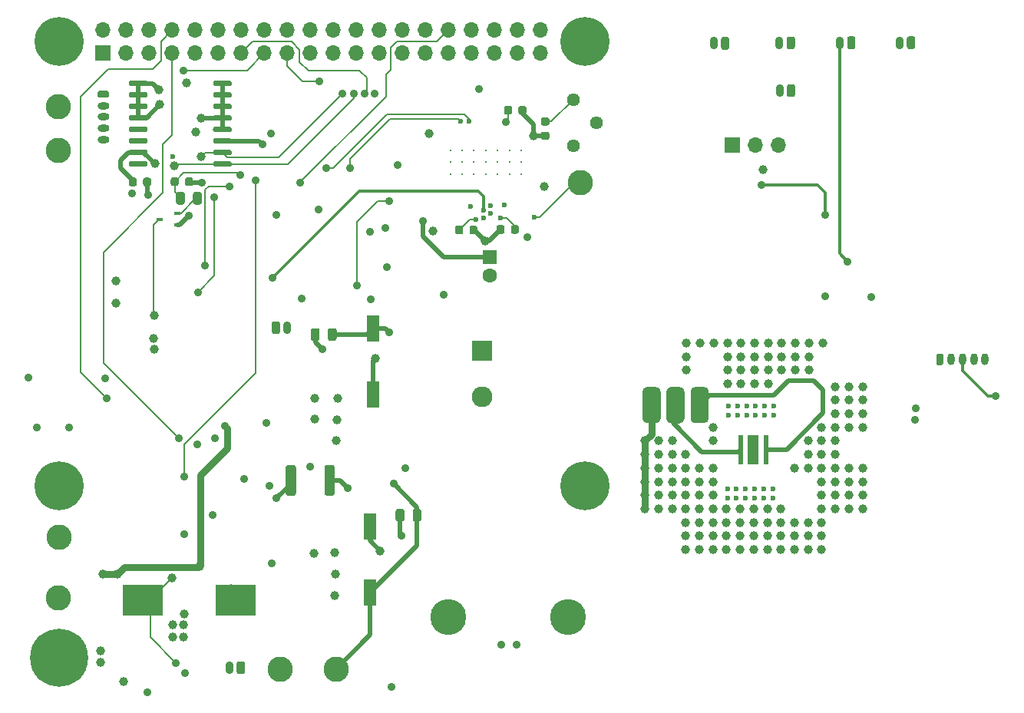
<source format=gbl>
G04 #@! TF.GenerationSoftware,KiCad,Pcbnew,(5.1.10-1-10_14)*
G04 #@! TF.CreationDate,2022-08-11T15:54:35-07:00*
G04 #@! TF.ProjectId,ulc-mm,756c632d-6d6d-42e6-9b69-6361645f7063,rev?*
G04 #@! TF.SameCoordinates,Original*
G04 #@! TF.FileFunction,Copper,L4,Bot*
G04 #@! TF.FilePolarity,Positive*
%FSLAX46Y46*%
G04 Gerber Fmt 4.6, Leading zero omitted, Abs format (unit mm)*
G04 Created by KiCad (PCBNEW (5.1.10-1-10_14)) date 2022-08-11 15:54:35*
%MOMM*%
%LPD*%
G01*
G04 APERTURE LIST*
G04 #@! TA.AperFunction,ComponentPad*
%ADD10C,3.960000*%
G04 #@! TD*
G04 #@! TA.AperFunction,ComponentPad*
%ADD11C,0.300000*%
G04 #@! TD*
G04 #@! TA.AperFunction,ComponentPad*
%ADD12R,1.700000X1.700000*%
G04 #@! TD*
G04 #@! TA.AperFunction,ComponentPad*
%ADD13O,1.700000X1.700000*%
G04 #@! TD*
G04 #@! TA.AperFunction,ComponentPad*
%ADD14O,0.900000X1.400000*%
G04 #@! TD*
G04 #@! TA.AperFunction,ComponentPad*
%ADD15C,2.800000*%
G04 #@! TD*
G04 #@! TA.AperFunction,ComponentPad*
%ADD16R,1.600000X1.600000*%
G04 #@! TD*
G04 #@! TA.AperFunction,ComponentPad*
%ADD17C,1.600000*%
G04 #@! TD*
G04 #@! TA.AperFunction,SMDPad,CuDef*
%ADD18R,1.470000X3.000000*%
G04 #@! TD*
G04 #@! TA.AperFunction,SMDPad,CuDef*
%ADD19R,4.400000X3.400000*%
G04 #@! TD*
G04 #@! TA.AperFunction,ComponentPad*
%ADD20C,1.440000*%
G04 #@! TD*
G04 #@! TA.AperFunction,ComponentPad*
%ADD21R,2.280000X2.280000*%
G04 #@! TD*
G04 #@! TA.AperFunction,ComponentPad*
%ADD22C,2.280000*%
G04 #@! TD*
G04 #@! TA.AperFunction,SMDPad,CuDef*
%ADD23R,0.700000X0.450000*%
G04 #@! TD*
G04 #@! TA.AperFunction,SMDPad,CuDef*
%ADD24R,1.300000X3.300000*%
G04 #@! TD*
G04 #@! TA.AperFunction,SMDPad,CuDef*
%ADD25R,0.500000X3.300000*%
G04 #@! TD*
G04 #@! TA.AperFunction,ComponentPad*
%ADD26C,5.400000*%
G04 #@! TD*
G04 #@! TA.AperFunction,ComponentPad*
%ADD27C,6.400000*%
G04 #@! TD*
G04 #@! TA.AperFunction,ComponentPad*
%ADD28O,1.300000X0.800000*%
G04 #@! TD*
G04 #@! TA.AperFunction,ComponentPad*
%ADD29O,0.800000X1.300000*%
G04 #@! TD*
G04 #@! TA.AperFunction,ViaPad*
%ADD30C,1.000000*%
G04 #@! TD*
G04 #@! TA.AperFunction,ViaPad*
%ADD31C,0.900000*%
G04 #@! TD*
G04 #@! TA.AperFunction,ViaPad*
%ADD32C,0.600000*%
G04 #@! TD*
G04 #@! TA.AperFunction,Conductor*
%ADD33C,0.500000*%
G04 #@! TD*
G04 #@! TA.AperFunction,Conductor*
%ADD34C,0.750000*%
G04 #@! TD*
G04 #@! TA.AperFunction,Conductor*
%ADD35C,0.200000*%
G04 #@! TD*
G04 #@! TA.AperFunction,Conductor*
%ADD36C,0.350000*%
G04 #@! TD*
G04 #@! TA.AperFunction,Conductor*
%ADD37C,0.300000*%
G04 #@! TD*
G04 APERTURE END LIST*
D10*
X246447900Y-160985500D03*
X259647900Y-160985500D03*
D11*
X254465900Y-110804100D03*
X254465900Y-112104100D03*
X253165900Y-112104100D03*
X251865900Y-112104100D03*
X250565900Y-112104100D03*
X249265900Y-112104100D03*
X247965900Y-112104100D03*
X246665900Y-112104100D03*
X246665900Y-110804100D03*
X254465900Y-109504100D03*
X253165900Y-109504100D03*
X251865900Y-109504100D03*
X250565900Y-109504100D03*
X249265900Y-109504100D03*
X247965900Y-109504100D03*
X246665900Y-109504100D03*
X247965900Y-110804100D03*
X249265900Y-110804100D03*
X253165900Y-110804100D03*
X251865900Y-110804100D03*
X250565900Y-110804100D03*
D12*
X208370000Y-98770000D03*
D13*
X208370000Y-96230000D03*
X210910000Y-98770000D03*
X210910000Y-96230000D03*
X213450000Y-98770000D03*
X213450000Y-96230000D03*
X215990000Y-98770000D03*
X215990000Y-96230000D03*
X218530000Y-98770000D03*
X218530000Y-96230000D03*
X221070000Y-98770000D03*
X221070000Y-96230000D03*
X223610000Y-98770000D03*
X223610000Y-96230000D03*
X226150000Y-98770000D03*
X226150000Y-96230000D03*
X228690000Y-98770000D03*
X228690000Y-96230000D03*
X231230000Y-98770000D03*
X231230000Y-96230000D03*
X233770000Y-98770000D03*
X233770000Y-96230000D03*
X236310000Y-98770000D03*
X236310000Y-96230000D03*
X238850000Y-98770000D03*
X238850000Y-96230000D03*
X241390000Y-98770000D03*
X241390000Y-96230000D03*
X243930000Y-98770000D03*
X243930000Y-96230000D03*
X246470000Y-98770000D03*
X246470000Y-96230000D03*
X249010000Y-98770000D03*
X249010000Y-96230000D03*
X251550000Y-98770000D03*
X251550000Y-96230000D03*
X254090000Y-98770000D03*
X254090000Y-96230000D03*
X256630000Y-98770000D03*
X256630000Y-96230000D03*
D14*
X222305960Y-166581120D03*
G04 #@! TA.AperFunction,ComponentPad*
G36*
G01*
X224005960Y-166106120D02*
X224005960Y-167056120D01*
G75*
G02*
X223780960Y-167281120I-225000J0D01*
G01*
X223330960Y-167281120D01*
G75*
G02*
X223105960Y-167056120I0J225000D01*
G01*
X223105960Y-166106120D01*
G75*
G02*
X223330960Y-165881120I225000J0D01*
G01*
X223780960Y-165881120D01*
G75*
G02*
X224005960Y-166106120I0J-225000D01*
G01*
G37*
G04 #@! TD.AperFunction*
D15*
X227914600Y-166789400D03*
X261036200Y-113043000D03*
X203450000Y-109500000D03*
X234112200Y-166764000D03*
X203450000Y-104650000D03*
X203454400Y-158915400D03*
X203479800Y-152159000D03*
G04 #@! TA.AperFunction,SMDPad,CuDef*
G36*
G01*
X211190600Y-111161000D02*
X211190600Y-110861000D01*
G75*
G02*
X211340600Y-110711000I150000J0D01*
G01*
X213090600Y-110711000D01*
G75*
G02*
X213240600Y-110861000I0J-150000D01*
G01*
X213240600Y-111161000D01*
G75*
G02*
X213090600Y-111311000I-150000J0D01*
G01*
X211340600Y-111311000D01*
G75*
G02*
X211190600Y-111161000I0J150000D01*
G01*
G37*
G04 #@! TD.AperFunction*
G04 #@! TA.AperFunction,SMDPad,CuDef*
G36*
G01*
X211190600Y-109891000D02*
X211190600Y-109591000D01*
G75*
G02*
X211340600Y-109441000I150000J0D01*
G01*
X213090600Y-109441000D01*
G75*
G02*
X213240600Y-109591000I0J-150000D01*
G01*
X213240600Y-109891000D01*
G75*
G02*
X213090600Y-110041000I-150000J0D01*
G01*
X211340600Y-110041000D01*
G75*
G02*
X211190600Y-109891000I0J150000D01*
G01*
G37*
G04 #@! TD.AperFunction*
G04 #@! TA.AperFunction,SMDPad,CuDef*
G36*
G01*
X211190600Y-108621000D02*
X211190600Y-108321000D01*
G75*
G02*
X211340600Y-108171000I150000J0D01*
G01*
X213090600Y-108171000D01*
G75*
G02*
X213240600Y-108321000I0J-150000D01*
G01*
X213240600Y-108621000D01*
G75*
G02*
X213090600Y-108771000I-150000J0D01*
G01*
X211340600Y-108771000D01*
G75*
G02*
X211190600Y-108621000I0J150000D01*
G01*
G37*
G04 #@! TD.AperFunction*
G04 #@! TA.AperFunction,SMDPad,CuDef*
G36*
G01*
X211190600Y-107351000D02*
X211190600Y-107051000D01*
G75*
G02*
X211340600Y-106901000I150000J0D01*
G01*
X213090600Y-106901000D01*
G75*
G02*
X213240600Y-107051000I0J-150000D01*
G01*
X213240600Y-107351000D01*
G75*
G02*
X213090600Y-107501000I-150000J0D01*
G01*
X211340600Y-107501000D01*
G75*
G02*
X211190600Y-107351000I0J150000D01*
G01*
G37*
G04 #@! TD.AperFunction*
G04 #@! TA.AperFunction,SMDPad,CuDef*
G36*
G01*
X211190600Y-106081000D02*
X211190600Y-105781000D01*
G75*
G02*
X211340600Y-105631000I150000J0D01*
G01*
X213090600Y-105631000D01*
G75*
G02*
X213240600Y-105781000I0J-150000D01*
G01*
X213240600Y-106081000D01*
G75*
G02*
X213090600Y-106231000I-150000J0D01*
G01*
X211340600Y-106231000D01*
G75*
G02*
X211190600Y-106081000I0J150000D01*
G01*
G37*
G04 #@! TD.AperFunction*
G04 #@! TA.AperFunction,SMDPad,CuDef*
G36*
G01*
X211190600Y-104811000D02*
X211190600Y-104511000D01*
G75*
G02*
X211340600Y-104361000I150000J0D01*
G01*
X213090600Y-104361000D01*
G75*
G02*
X213240600Y-104511000I0J-150000D01*
G01*
X213240600Y-104811000D01*
G75*
G02*
X213090600Y-104961000I-150000J0D01*
G01*
X211340600Y-104961000D01*
G75*
G02*
X211190600Y-104811000I0J150000D01*
G01*
G37*
G04 #@! TD.AperFunction*
G04 #@! TA.AperFunction,SMDPad,CuDef*
G36*
G01*
X211190600Y-103541000D02*
X211190600Y-103241000D01*
G75*
G02*
X211340600Y-103091000I150000J0D01*
G01*
X213090600Y-103091000D01*
G75*
G02*
X213240600Y-103241000I0J-150000D01*
G01*
X213240600Y-103541000D01*
G75*
G02*
X213090600Y-103691000I-150000J0D01*
G01*
X211340600Y-103691000D01*
G75*
G02*
X211190600Y-103541000I0J150000D01*
G01*
G37*
G04 #@! TD.AperFunction*
G04 #@! TA.AperFunction,SMDPad,CuDef*
G36*
G01*
X211190600Y-102271000D02*
X211190600Y-101971000D01*
G75*
G02*
X211340600Y-101821000I150000J0D01*
G01*
X213090600Y-101821000D01*
G75*
G02*
X213240600Y-101971000I0J-150000D01*
G01*
X213240600Y-102271000D01*
G75*
G02*
X213090600Y-102421000I-150000J0D01*
G01*
X211340600Y-102421000D01*
G75*
G02*
X211190600Y-102271000I0J150000D01*
G01*
G37*
G04 #@! TD.AperFunction*
G04 #@! TA.AperFunction,SMDPad,CuDef*
G36*
G01*
X220490600Y-102271000D02*
X220490600Y-101971000D01*
G75*
G02*
X220640600Y-101821000I150000J0D01*
G01*
X222390600Y-101821000D01*
G75*
G02*
X222540600Y-101971000I0J-150000D01*
G01*
X222540600Y-102271000D01*
G75*
G02*
X222390600Y-102421000I-150000J0D01*
G01*
X220640600Y-102421000D01*
G75*
G02*
X220490600Y-102271000I0J150000D01*
G01*
G37*
G04 #@! TD.AperFunction*
G04 #@! TA.AperFunction,SMDPad,CuDef*
G36*
G01*
X220490600Y-103541000D02*
X220490600Y-103241000D01*
G75*
G02*
X220640600Y-103091000I150000J0D01*
G01*
X222390600Y-103091000D01*
G75*
G02*
X222540600Y-103241000I0J-150000D01*
G01*
X222540600Y-103541000D01*
G75*
G02*
X222390600Y-103691000I-150000J0D01*
G01*
X220640600Y-103691000D01*
G75*
G02*
X220490600Y-103541000I0J150000D01*
G01*
G37*
G04 #@! TD.AperFunction*
G04 #@! TA.AperFunction,SMDPad,CuDef*
G36*
G01*
X220490600Y-104811000D02*
X220490600Y-104511000D01*
G75*
G02*
X220640600Y-104361000I150000J0D01*
G01*
X222390600Y-104361000D01*
G75*
G02*
X222540600Y-104511000I0J-150000D01*
G01*
X222540600Y-104811000D01*
G75*
G02*
X222390600Y-104961000I-150000J0D01*
G01*
X220640600Y-104961000D01*
G75*
G02*
X220490600Y-104811000I0J150000D01*
G01*
G37*
G04 #@! TD.AperFunction*
G04 #@! TA.AperFunction,SMDPad,CuDef*
G36*
G01*
X220490600Y-106081000D02*
X220490600Y-105781000D01*
G75*
G02*
X220640600Y-105631000I150000J0D01*
G01*
X222390600Y-105631000D01*
G75*
G02*
X222540600Y-105781000I0J-150000D01*
G01*
X222540600Y-106081000D01*
G75*
G02*
X222390600Y-106231000I-150000J0D01*
G01*
X220640600Y-106231000D01*
G75*
G02*
X220490600Y-106081000I0J150000D01*
G01*
G37*
G04 #@! TD.AperFunction*
G04 #@! TA.AperFunction,SMDPad,CuDef*
G36*
G01*
X220490600Y-107351000D02*
X220490600Y-107051000D01*
G75*
G02*
X220640600Y-106901000I150000J0D01*
G01*
X222390600Y-106901000D01*
G75*
G02*
X222540600Y-107051000I0J-150000D01*
G01*
X222540600Y-107351000D01*
G75*
G02*
X222390600Y-107501000I-150000J0D01*
G01*
X220640600Y-107501000D01*
G75*
G02*
X220490600Y-107351000I0J150000D01*
G01*
G37*
G04 #@! TD.AperFunction*
G04 #@! TA.AperFunction,SMDPad,CuDef*
G36*
G01*
X220490600Y-108621000D02*
X220490600Y-108321000D01*
G75*
G02*
X220640600Y-108171000I150000J0D01*
G01*
X222390600Y-108171000D01*
G75*
G02*
X222540600Y-108321000I0J-150000D01*
G01*
X222540600Y-108621000D01*
G75*
G02*
X222390600Y-108771000I-150000J0D01*
G01*
X220640600Y-108771000D01*
G75*
G02*
X220490600Y-108621000I0J150000D01*
G01*
G37*
G04 #@! TD.AperFunction*
G04 #@! TA.AperFunction,SMDPad,CuDef*
G36*
G01*
X220490600Y-109891000D02*
X220490600Y-109591000D01*
G75*
G02*
X220640600Y-109441000I150000J0D01*
G01*
X222390600Y-109441000D01*
G75*
G02*
X222540600Y-109591000I0J-150000D01*
G01*
X222540600Y-109891000D01*
G75*
G02*
X222390600Y-110041000I-150000J0D01*
G01*
X220640600Y-110041000D01*
G75*
G02*
X220490600Y-109891000I0J150000D01*
G01*
G37*
G04 #@! TD.AperFunction*
G04 #@! TA.AperFunction,SMDPad,CuDef*
G36*
G01*
X220490600Y-111161000D02*
X220490600Y-110861000D01*
G75*
G02*
X220640600Y-110711000I150000J0D01*
G01*
X222390600Y-110711000D01*
G75*
G02*
X222540600Y-110861000I0J-150000D01*
G01*
X222540600Y-111161000D01*
G75*
G02*
X222390600Y-111311000I-150000J0D01*
G01*
X220640600Y-111311000D01*
G75*
G02*
X220490600Y-111161000I0J150000D01*
G01*
G37*
G04 #@! TD.AperFunction*
G04 #@! TA.AperFunction,ComponentPad*
G36*
G01*
X226969300Y-129532700D02*
X226969300Y-128582700D01*
G75*
G02*
X227194300Y-128357700I225000J0D01*
G01*
X227644300Y-128357700D01*
G75*
G02*
X227869300Y-128582700I0J-225000D01*
G01*
X227869300Y-129532700D01*
G75*
G02*
X227644300Y-129757700I-225000J0D01*
G01*
X227194300Y-129757700D01*
G75*
G02*
X226969300Y-129532700I0J225000D01*
G01*
G37*
G04 #@! TD.AperFunction*
D14*
X228669300Y-129057700D03*
G04 #@! TA.AperFunction,SMDPad,CuDef*
G36*
G01*
X251759400Y-118480850D02*
X251759400Y-117968350D01*
G75*
G02*
X251978150Y-117749600I218750J0D01*
G01*
X252415650Y-117749600D01*
G75*
G02*
X252634400Y-117968350I0J-218750D01*
G01*
X252634400Y-118480850D01*
G75*
G02*
X252415650Y-118699600I-218750J0D01*
G01*
X251978150Y-118699600D01*
G75*
G02*
X251759400Y-118480850I0J218750D01*
G01*
G37*
G04 #@! TD.AperFunction*
G04 #@! TA.AperFunction,SMDPad,CuDef*
G36*
G01*
X253334400Y-118480850D02*
X253334400Y-117968350D01*
G75*
G02*
X253553150Y-117749600I218750J0D01*
G01*
X253990650Y-117749600D01*
G75*
G02*
X254209400Y-117968350I0J-218750D01*
G01*
X254209400Y-118480850D01*
G75*
G02*
X253990650Y-118699600I-218750J0D01*
G01*
X253553150Y-118699600D01*
G75*
G02*
X253334400Y-118480850I0J218750D01*
G01*
G37*
G04 #@! TD.AperFunction*
G04 #@! TA.AperFunction,SMDPad,CuDef*
G36*
G01*
X211195600Y-113248450D02*
X211195600Y-112735950D01*
G75*
G02*
X211414350Y-112517200I218750J0D01*
G01*
X211851850Y-112517200D01*
G75*
G02*
X212070600Y-112735950I0J-218750D01*
G01*
X212070600Y-113248450D01*
G75*
G02*
X211851850Y-113467200I-218750J0D01*
G01*
X211414350Y-113467200D01*
G75*
G02*
X211195600Y-113248450I0J218750D01*
G01*
G37*
G04 #@! TD.AperFunction*
G04 #@! TA.AperFunction,SMDPad,CuDef*
G36*
G01*
X212770600Y-113248450D02*
X212770600Y-112735950D01*
G75*
G02*
X212989350Y-112517200I218750J0D01*
G01*
X213426850Y-112517200D01*
G75*
G02*
X213645600Y-112735950I0J-218750D01*
G01*
X213645600Y-113248450D01*
G75*
G02*
X213426850Y-113467200I-218750J0D01*
G01*
X212989350Y-113467200D01*
G75*
G02*
X212770600Y-113248450I0J218750D01*
G01*
G37*
G04 #@! TD.AperFunction*
D16*
X251041900Y-121274100D03*
D17*
X251041900Y-123274100D03*
G04 #@! TA.AperFunction,SMDPad,CuDef*
G36*
G01*
X241599700Y-149302450D02*
X241599700Y-150214950D01*
G75*
G02*
X241355950Y-150458700I-243750J0D01*
G01*
X240868450Y-150458700D01*
G75*
G02*
X240624700Y-150214950I0J243750D01*
G01*
X240624700Y-149302450D01*
G75*
G02*
X240868450Y-149058700I243750J0D01*
G01*
X241355950Y-149058700D01*
G75*
G02*
X241599700Y-149302450I0J-243750D01*
G01*
G37*
G04 #@! TD.AperFunction*
G04 #@! TA.AperFunction,SMDPad,CuDef*
G36*
G01*
X243474700Y-149302450D02*
X243474700Y-150214950D01*
G75*
G02*
X243230950Y-150458700I-243750J0D01*
G01*
X242743450Y-150458700D01*
G75*
G02*
X242499700Y-150214950I0J243750D01*
G01*
X242499700Y-149302450D01*
G75*
G02*
X242743450Y-149058700I243750J0D01*
G01*
X243230950Y-149058700D01*
G75*
G02*
X243474700Y-149302450I0J-243750D01*
G01*
G37*
G04 #@! TD.AperFunction*
D18*
X238138100Y-136454200D03*
X238138100Y-129154200D03*
G04 #@! TA.AperFunction,SMDPad,CuDef*
G36*
G01*
X228503900Y-147360603D02*
X228503900Y-144460597D01*
G75*
G02*
X228753897Y-144210600I249997J0D01*
G01*
X229378903Y-144210600D01*
G75*
G02*
X229628900Y-144460597I0J-249997D01*
G01*
X229628900Y-147360603D01*
G75*
G02*
X229378903Y-147610600I-249997J0D01*
G01*
X228753897Y-147610600D01*
G75*
G02*
X228503900Y-147360603I0J249997D01*
G01*
G37*
G04 #@! TD.AperFunction*
G04 #@! TA.AperFunction,SMDPad,CuDef*
G36*
G01*
X232778900Y-147360603D02*
X232778900Y-144460597D01*
G75*
G02*
X233028897Y-144210600I249997J0D01*
G01*
X233653903Y-144210600D01*
G75*
G02*
X233903900Y-144460597I0J-249997D01*
G01*
X233903900Y-147360603D01*
G75*
G02*
X233653903Y-147610600I-249997J0D01*
G01*
X233028897Y-147610600D01*
G75*
G02*
X232778900Y-147360603I0J249997D01*
G01*
G37*
G04 #@! TD.AperFunction*
X237820600Y-158310900D03*
X237820600Y-151010900D03*
D19*
X212771440Y-159105900D03*
X222971440Y-159105900D03*
G04 #@! TA.AperFunction,SMDPad,CuDef*
G36*
G01*
X257368150Y-106762100D02*
X256855650Y-106762100D01*
G75*
G02*
X256636900Y-106543350I0J218750D01*
G01*
X256636900Y-106105850D01*
G75*
G02*
X256855650Y-105887100I218750J0D01*
G01*
X257368150Y-105887100D01*
G75*
G02*
X257586900Y-106105850I0J-218750D01*
G01*
X257586900Y-106543350D01*
G75*
G02*
X257368150Y-106762100I-218750J0D01*
G01*
G37*
G04 #@! TD.AperFunction*
G04 #@! TA.AperFunction,SMDPad,CuDef*
G36*
G01*
X257368150Y-108337100D02*
X256855650Y-108337100D01*
G75*
G02*
X256636900Y-108118350I0J218750D01*
G01*
X256636900Y-107680850D01*
G75*
G02*
X256855650Y-107462100I218750J0D01*
G01*
X257368150Y-107462100D01*
G75*
G02*
X257586900Y-107680850I0J-218750D01*
G01*
X257586900Y-108118350D01*
G75*
G02*
X257368150Y-108337100I-218750J0D01*
G01*
G37*
G04 #@! TD.AperFunction*
G04 #@! TA.AperFunction,SMDPad,CuDef*
G36*
G01*
X248062400Y-118031850D02*
X248062400Y-118544350D01*
G75*
G02*
X247843650Y-118763100I-218750J0D01*
G01*
X247406150Y-118763100D01*
G75*
G02*
X247187400Y-118544350I0J218750D01*
G01*
X247187400Y-118031850D01*
G75*
G02*
X247406150Y-117813100I218750J0D01*
G01*
X247843650Y-117813100D01*
G75*
G02*
X248062400Y-118031850I0J-218750D01*
G01*
G37*
G04 #@! TD.AperFunction*
G04 #@! TA.AperFunction,SMDPad,CuDef*
G36*
G01*
X249637400Y-118031850D02*
X249637400Y-118544350D01*
G75*
G02*
X249418650Y-118763100I-218750J0D01*
G01*
X248981150Y-118763100D01*
G75*
G02*
X248762400Y-118544350I0J218750D01*
G01*
X248762400Y-118031850D01*
G75*
G02*
X248981150Y-117813100I218750J0D01*
G01*
X249418650Y-117813100D01*
G75*
G02*
X249637400Y-118031850I0J-218750D01*
G01*
G37*
G04 #@! TD.AperFunction*
G04 #@! TA.AperFunction,SMDPad,CuDef*
G36*
G01*
X254159900Y-105336350D02*
X254159900Y-104823850D01*
G75*
G02*
X254378650Y-104605100I218750J0D01*
G01*
X254816150Y-104605100D01*
G75*
G02*
X255034900Y-104823850I0J-218750D01*
G01*
X255034900Y-105336350D01*
G75*
G02*
X254816150Y-105555100I-218750J0D01*
G01*
X254378650Y-105555100D01*
G75*
G02*
X254159900Y-105336350I0J218750D01*
G01*
G37*
G04 #@! TD.AperFunction*
G04 #@! TA.AperFunction,SMDPad,CuDef*
G36*
G01*
X252584900Y-105336350D02*
X252584900Y-104823850D01*
G75*
G02*
X252803650Y-104605100I218750J0D01*
G01*
X253241150Y-104605100D01*
G75*
G02*
X253459900Y-104823850I0J-218750D01*
G01*
X253459900Y-105336350D01*
G75*
G02*
X253241150Y-105555100I-218750J0D01*
G01*
X252803650Y-105555100D01*
G75*
G02*
X252584900Y-105336350I0J218750D01*
G01*
G37*
G04 #@! TD.AperFunction*
D20*
X260223400Y-103886300D03*
X262763400Y-106426300D03*
X260223400Y-108966300D03*
G04 #@! TA.AperFunction,SMDPad,CuDef*
G36*
G01*
X234114800Y-129363450D02*
X234114800Y-130275950D01*
G75*
G02*
X233871050Y-130519700I-243750J0D01*
G01*
X233383550Y-130519700D01*
G75*
G02*
X233139800Y-130275950I0J243750D01*
G01*
X233139800Y-129363450D01*
G75*
G02*
X233383550Y-129119700I243750J0D01*
G01*
X233871050Y-129119700D01*
G75*
G02*
X234114800Y-129363450I0J-243750D01*
G01*
G37*
G04 #@! TD.AperFunction*
G04 #@! TA.AperFunction,SMDPad,CuDef*
G36*
G01*
X232239800Y-129363450D02*
X232239800Y-130275950D01*
G75*
G02*
X231996050Y-130519700I-243750J0D01*
G01*
X231508550Y-130519700D01*
G75*
G02*
X231264800Y-130275950I0J243750D01*
G01*
X231264800Y-129363450D01*
G75*
G02*
X231508550Y-129119700I243750J0D01*
G01*
X231996050Y-129119700D01*
G75*
G02*
X232239800Y-129363450I0J-243750D01*
G01*
G37*
G04 #@! TD.AperFunction*
D21*
X250131980Y-131602780D03*
D22*
X250131980Y-136682780D03*
D23*
X216570200Y-116444300D03*
X216570200Y-117744300D03*
X214570200Y-117094300D03*
G04 #@! TA.AperFunction,SMDPad,CuDef*
G36*
G01*
X219245000Y-114333750D02*
X219245000Y-115246250D01*
G75*
G02*
X219001250Y-115490000I-243750J0D01*
G01*
X218513750Y-115490000D01*
G75*
G02*
X218270000Y-115246250I0J243750D01*
G01*
X218270000Y-114333750D01*
G75*
G02*
X218513750Y-114090000I243750J0D01*
G01*
X219001250Y-114090000D01*
G75*
G02*
X219245000Y-114333750I0J-243750D01*
G01*
G37*
G04 #@! TD.AperFunction*
G04 #@! TA.AperFunction,SMDPad,CuDef*
G36*
G01*
X217370000Y-114333750D02*
X217370000Y-115246250D01*
G75*
G02*
X217126250Y-115490000I-243750J0D01*
G01*
X216638750Y-115490000D01*
G75*
G02*
X216395000Y-115246250I0J243750D01*
G01*
X216395000Y-114333750D01*
G75*
G02*
X216638750Y-114090000I243750J0D01*
G01*
X217126250Y-114090000D01*
G75*
G02*
X217370000Y-114333750I0J-243750D01*
G01*
G37*
G04 #@! TD.AperFunction*
G04 #@! TA.AperFunction,SMDPad,CuDef*
G36*
G01*
X215818400Y-113223050D02*
X215818400Y-112710550D01*
G75*
G02*
X216037150Y-112491800I218750J0D01*
G01*
X216474650Y-112491800D01*
G75*
G02*
X216693400Y-112710550I0J-218750D01*
G01*
X216693400Y-113223050D01*
G75*
G02*
X216474650Y-113441800I-218750J0D01*
G01*
X216037150Y-113441800D01*
G75*
G02*
X215818400Y-113223050I0J218750D01*
G01*
G37*
G04 #@! TD.AperFunction*
G04 #@! TA.AperFunction,SMDPad,CuDef*
G36*
G01*
X217393400Y-113223050D02*
X217393400Y-112710550D01*
G75*
G02*
X217612150Y-112491800I218750J0D01*
G01*
X218049650Y-112491800D01*
G75*
G02*
X218268400Y-112710550I0J-218750D01*
G01*
X218268400Y-113223050D01*
G75*
G02*
X218049650Y-113441800I-218750J0D01*
G01*
X217612150Y-113441800D01*
G75*
G02*
X217393400Y-113223050I0J218750D01*
G01*
G37*
G04 #@! TD.AperFunction*
D14*
X296220000Y-97620000D03*
G04 #@! TA.AperFunction,ComponentPad*
G36*
G01*
X297920000Y-97145000D02*
X297920000Y-98095000D01*
G75*
G02*
X297695000Y-98320000I-225000J0D01*
G01*
X297245000Y-98320000D01*
G75*
G02*
X297020000Y-98095000I0J225000D01*
G01*
X297020000Y-97145000D01*
G75*
G02*
X297245000Y-96920000I225000J0D01*
G01*
X297695000Y-96920000D01*
G75*
G02*
X297920000Y-97145000I0J-225000D01*
G01*
G37*
G04 #@! TD.AperFunction*
G04 #@! TA.AperFunction,ComponentPad*
G36*
G01*
X284680000Y-102445000D02*
X284680000Y-103395000D01*
G75*
G02*
X284455000Y-103620000I-225000J0D01*
G01*
X284005000Y-103620000D01*
G75*
G02*
X283780000Y-103395000I0J225000D01*
G01*
X283780000Y-102445000D01*
G75*
G02*
X284005000Y-102220000I225000J0D01*
G01*
X284455000Y-102220000D01*
G75*
G02*
X284680000Y-102445000I0J-225000D01*
G01*
G37*
G04 #@! TD.AperFunction*
X282980000Y-102920000D03*
G04 #@! TA.AperFunction,ComponentPad*
G36*
G01*
X291330000Y-97155000D02*
X291330000Y-98105000D01*
G75*
G02*
X291105000Y-98330000I-225000J0D01*
G01*
X290655000Y-98330000D01*
G75*
G02*
X290430000Y-98105000I0J225000D01*
G01*
X290430000Y-97155000D01*
G75*
G02*
X290655000Y-96930000I225000J0D01*
G01*
X291105000Y-96930000D01*
G75*
G02*
X291330000Y-97155000I0J-225000D01*
G01*
G37*
G04 #@! TD.AperFunction*
X289630000Y-97630000D03*
X275720000Y-97700000D03*
G04 #@! TA.AperFunction,ComponentPad*
G36*
G01*
X277420000Y-97225000D02*
X277420000Y-98175000D01*
G75*
G02*
X277195000Y-98400000I-225000J0D01*
G01*
X276745000Y-98400000D01*
G75*
G02*
X276520000Y-98175000I0J225000D01*
G01*
X276520000Y-97225000D01*
G75*
G02*
X276745000Y-97000000I225000J0D01*
G01*
X277195000Y-97000000D01*
G75*
G02*
X277420000Y-97225000I0J-225000D01*
G01*
G37*
G04 #@! TD.AperFunction*
G04 #@! TA.AperFunction,ComponentPad*
G36*
G01*
X284660000Y-97165000D02*
X284660000Y-98115000D01*
G75*
G02*
X284435000Y-98340000I-225000J0D01*
G01*
X283985000Y-98340000D01*
G75*
G02*
X283760000Y-98115000I0J225000D01*
G01*
X283760000Y-97165000D01*
G75*
G02*
X283985000Y-96940000I225000J0D01*
G01*
X284435000Y-96940000D01*
G75*
G02*
X284660000Y-97165000I0J-225000D01*
G01*
G37*
G04 #@! TD.AperFunction*
X282960000Y-97640000D03*
D12*
X277730000Y-108910000D03*
D13*
X280270000Y-108910000D03*
X282810000Y-108910000D03*
G04 #@! TA.AperFunction,SMDPad,CuDef*
G36*
G01*
X268350000Y-135603189D02*
X269350000Y-135603189D01*
G75*
G02*
X269850000Y-136103189I0J-500000D01*
G01*
X269850000Y-139103189D01*
G75*
G02*
X269350000Y-139603189I-500000J0D01*
G01*
X268350000Y-139603189D01*
G75*
G02*
X267850000Y-139103189I0J500000D01*
G01*
X267850000Y-136103189D01*
G75*
G02*
X268350000Y-135603189I500000J0D01*
G01*
G37*
G04 #@! TD.AperFunction*
G04 #@! TA.AperFunction,SMDPad,CuDef*
G36*
G01*
X273650000Y-135603189D02*
X274650000Y-135603189D01*
G75*
G02*
X275150000Y-136103189I0J-500000D01*
G01*
X275150000Y-139103189D01*
G75*
G02*
X274650000Y-139603189I-500000J0D01*
G01*
X273650000Y-139603189D01*
G75*
G02*
X273150000Y-139103189I0J500000D01*
G01*
X273150000Y-136103189D01*
G75*
G02*
X273650000Y-135603189I500000J0D01*
G01*
G37*
G04 #@! TD.AperFunction*
G04 #@! TA.AperFunction,SMDPad,CuDef*
G36*
G01*
X270980000Y-135613189D02*
X271980000Y-135613189D01*
G75*
G02*
X272480000Y-136113189I0J-500000D01*
G01*
X272480000Y-139113189D01*
G75*
G02*
X271980000Y-139613189I-500000J0D01*
G01*
X270980000Y-139613189D01*
G75*
G02*
X270480000Y-139113189I0J500000D01*
G01*
X270480000Y-136113189D01*
G75*
G02*
X270980000Y-135613189I500000J0D01*
G01*
G37*
G04 #@! TD.AperFunction*
D24*
X280070251Y-142500000D03*
D25*
X281470251Y-142500000D03*
X278670251Y-142500000D03*
D11*
X280470251Y-141200000D03*
X279670251Y-141200000D03*
X279670251Y-141800000D03*
X280470251Y-141800000D03*
X279670251Y-142400000D03*
X280470251Y-142400000D03*
X280470251Y-143000000D03*
X280470251Y-143600000D03*
X279670251Y-143000000D03*
X279670251Y-143600000D03*
D26*
X203500000Y-97500000D03*
X261500000Y-97500000D03*
X203500000Y-146500000D03*
X261500000Y-146500000D03*
D27*
X203500000Y-165500000D03*
D28*
X208390000Y-108310000D03*
X208390000Y-107060000D03*
X208390000Y-105810000D03*
X208390000Y-104560000D03*
G04 #@! TA.AperFunction,ComponentPad*
G36*
G01*
X207940000Y-102910000D02*
X208840000Y-102910000D01*
G75*
G02*
X209040000Y-103110000I0J-200000D01*
G01*
X209040000Y-103510000D01*
G75*
G02*
X208840000Y-103710000I-200000J0D01*
G01*
X207940000Y-103710000D01*
G75*
G02*
X207740000Y-103510000I0J200000D01*
G01*
X207740000Y-103110000D01*
G75*
G02*
X207940000Y-102910000I200000J0D01*
G01*
G37*
G04 #@! TD.AperFunction*
G04 #@! TA.AperFunction,ComponentPad*
G36*
G01*
X300247000Y-133021002D02*
X300247000Y-132121002D01*
G75*
G02*
X300447000Y-131921002I200000J0D01*
G01*
X300847000Y-131921002D01*
G75*
G02*
X301047000Y-132121002I0J-200000D01*
G01*
X301047000Y-133021002D01*
G75*
G02*
X300847000Y-133221002I-200000J0D01*
G01*
X300447000Y-133221002D01*
G75*
G02*
X300247000Y-133021002I0J200000D01*
G01*
G37*
G04 #@! TD.AperFunction*
D29*
X301897000Y-132571002D03*
X303147000Y-132571002D03*
X304397000Y-132571002D03*
X305647000Y-132571002D03*
D30*
X217526000Y-102032100D03*
X214100000Y-110990000D03*
D31*
X240386000Y-146240800D03*
D30*
X209730000Y-123870000D03*
D31*
X240157400Y-168669000D03*
X238300000Y-103270000D03*
X211580000Y-114290000D03*
X252250000Y-164060000D03*
X253950000Y-164060000D03*
X213210000Y-169250000D03*
X223890000Y-145730000D03*
X226700000Y-146540000D03*
D30*
X213990000Y-131470000D03*
X234239200Y-136818700D03*
X231699200Y-136856800D03*
X234086800Y-141505000D03*
X233883600Y-158597900D03*
X233921700Y-153911600D03*
X233947100Y-156286500D03*
X231623000Y-153949700D03*
X217251460Y-161875340D03*
X217251460Y-163175340D03*
X217269460Y-160637520D03*
D31*
X217272000Y-151828800D03*
X218719800Y-141922800D03*
X220726400Y-141287800D03*
D32*
X216002000Y-110223600D03*
D31*
X213335000Y-114414600D03*
X219253200Y-113043000D03*
X230251400Y-125844600D03*
X237922200Y-125920800D03*
X220421600Y-149720600D03*
X231191200Y-144412000D03*
X201041400Y-140043200D03*
X200127000Y-134582200D03*
X208585200Y-134633000D03*
X226339800Y-139560600D03*
X241300400Y-152032000D03*
D30*
X209760000Y-126400000D03*
D31*
X217830000Y-116680000D03*
D30*
X219160000Y-105940000D03*
D31*
X232512000Y-131432600D03*
X255120000Y-119090000D03*
D30*
X244742100Y-118364300D03*
X208049260Y-164709140D03*
X208040000Y-165960000D03*
X231733690Y-139178618D03*
X218542000Y-107518500D03*
D31*
X204648200Y-140050820D03*
D30*
X256984900Y-113462100D03*
X244297600Y-107645500D03*
X250507900Y-119494600D03*
X216051460Y-163175340D03*
X216051460Y-161875340D03*
X214620000Y-104450000D03*
X214500000Y-102800000D03*
X234150300Y-139193600D03*
D31*
X225908000Y-108877400D03*
X245935900Y-125400100D03*
X243611900Y-117294100D03*
D30*
X208328660Y-156250940D03*
D31*
X221793200Y-139890800D03*
X235356800Y-146748800D03*
D30*
X209913620Y-156271260D03*
X218970000Y-155370000D03*
X255841900Y-107874100D03*
D31*
X239636700Y-122364800D03*
X239878000Y-129553000D03*
X216380460Y-166055340D03*
D30*
X215915640Y-156697980D03*
X213960000Y-130270000D03*
X238366700Y-132475300D03*
D31*
X227508200Y-147866400D03*
D30*
X238938200Y-153683000D03*
D31*
X222290000Y-113450000D03*
X219600000Y-122180000D03*
X218810000Y-125150000D03*
X220640000Y-114680000D03*
X230120000Y-113070000D03*
X232143700Y-116002100D03*
D32*
X251050890Y-116433900D03*
X251050890Y-115595700D03*
D31*
X237820600Y-118453200D03*
D32*
X252616100Y-115494100D03*
D31*
X227051000Y-123584000D03*
D32*
X250323566Y-116100707D03*
X250330100Y-116941900D03*
D31*
X239471600Y-118097600D03*
D32*
X248917290Y-115671900D03*
D30*
X216230000Y-111220000D03*
D31*
X235990000Y-103250000D03*
X234740000Y-103230000D03*
D30*
X219180000Y-110170000D03*
D31*
X216687800Y-141237000D03*
X252793900Y-106362800D03*
X249834800Y-102781400D03*
X239890700Y-115113100D03*
X236398200Y-124422200D03*
X217396460Y-167160240D03*
X240820340Y-111135460D03*
X241701720Y-144546620D03*
X225146000Y-112789000D03*
X217272000Y-145478800D03*
X226974800Y-155054600D03*
X208763000Y-136893600D03*
D32*
X255905400Y-116891100D03*
X249441100Y-117119700D03*
X252221900Y-116994100D03*
X247777400Y-106286600D03*
D31*
X235560000Y-111468200D03*
D32*
X248691800Y-106286600D03*
D31*
X232994600Y-111493600D03*
X280950000Y-113360000D03*
X287990000Y-116630000D03*
X237170000Y-103280000D03*
X293100000Y-125700000D03*
X288040000Y-125600000D03*
D30*
X281140000Y-111650000D03*
D31*
X232240000Y-101860000D03*
D30*
X222148800Y-160238740D03*
X210610000Y-168120000D03*
X214030000Y-127750000D03*
D31*
X226860000Y-107620000D03*
X223460000Y-112210000D03*
X290500000Y-121760000D03*
D30*
X272716600Y-130750189D03*
D32*
X282208960Y-147878849D03*
X281208960Y-147878849D03*
X280208960Y-147878849D03*
X279208960Y-147878849D03*
X278208960Y-147878849D03*
X277208960Y-147878849D03*
X282208960Y-146878849D03*
X281208960Y-146878849D03*
X280208960Y-146878849D03*
X279208960Y-146878849D03*
X278208960Y-146878849D03*
X282328340Y-138722149D03*
X281328340Y-138722149D03*
X280328340Y-138722149D03*
X279328340Y-138722149D03*
X278328340Y-138722149D03*
X277328340Y-138722149D03*
X282328340Y-137722149D03*
X281328340Y-137722149D03*
X280328340Y-137722149D03*
X279328340Y-137722149D03*
X278328340Y-137722149D03*
X277328340Y-137722149D03*
X277208960Y-146878849D03*
D30*
X274216600Y-130750189D03*
X275716600Y-130750189D03*
X277216600Y-130750189D03*
X278716600Y-130750189D03*
X280216600Y-130750189D03*
X281716600Y-130750189D03*
X283216600Y-130750189D03*
X284716600Y-130750189D03*
X286216600Y-130750189D03*
X287716600Y-130750189D03*
X272716600Y-132250189D03*
X272716600Y-133750189D03*
X277216600Y-132250189D03*
X277216600Y-133750189D03*
X278716600Y-132250189D03*
X280216600Y-132250189D03*
X281716600Y-132250189D03*
X283216600Y-132250189D03*
X284716600Y-132250189D03*
X286216600Y-132250189D03*
X278716600Y-133750189D03*
X280216600Y-133750189D03*
X281716600Y-133750189D03*
X283216600Y-133750189D03*
X284716600Y-133750189D03*
X286216600Y-133750189D03*
X289116600Y-135550189D03*
X290616600Y-135550189D03*
X292116600Y-135550189D03*
X287616600Y-141550189D03*
X287616600Y-143050189D03*
X287616600Y-144550189D03*
X287616600Y-146050189D03*
X287616600Y-147550189D03*
X287616600Y-149050189D03*
X287616600Y-150550189D03*
X287616600Y-152050189D03*
X287616600Y-153550189D03*
X289116600Y-137050189D03*
X289116600Y-138550189D03*
X289116600Y-140050189D03*
X289116600Y-141550189D03*
X289116600Y-143050189D03*
X289116600Y-144550189D03*
X289116600Y-146050189D03*
X289116600Y-147550189D03*
X289116600Y-149050189D03*
X290616600Y-137050189D03*
X290616600Y-138550189D03*
X290616600Y-140050189D03*
X290616600Y-144550189D03*
X290616600Y-146050189D03*
X290616600Y-147550189D03*
X290616600Y-149050189D03*
X292116600Y-137050189D03*
X292116600Y-138550189D03*
X292116600Y-140050189D03*
X292116600Y-144550189D03*
X292116600Y-146050189D03*
X292116600Y-147550189D03*
X292116600Y-149050189D03*
X286116600Y-141550189D03*
X286116600Y-143050189D03*
X286116600Y-144550189D03*
X286116600Y-150550189D03*
X286116600Y-152050189D03*
X286116600Y-153550189D03*
X284616600Y-150550189D03*
X283116600Y-150550189D03*
X281616600Y-150550189D03*
X280116600Y-150550189D03*
X278616600Y-150550189D03*
X277116600Y-150550189D03*
X275616600Y-150550189D03*
X274116600Y-150550189D03*
X272616600Y-150550189D03*
X284616600Y-152050189D03*
X283116600Y-152050189D03*
X281616600Y-152050189D03*
X280116600Y-152050189D03*
X278616600Y-152050189D03*
X277116600Y-152050189D03*
X275616600Y-152050189D03*
X274116600Y-152050189D03*
X272616600Y-152050189D03*
X284616600Y-153550189D03*
X283116600Y-153550189D03*
X281616600Y-153550189D03*
X280116600Y-153550189D03*
X278616600Y-153550189D03*
X277116600Y-153550189D03*
X275616600Y-153550189D03*
X274116600Y-153550189D03*
X272616600Y-153550189D03*
X272616600Y-149050189D03*
X272616600Y-147550189D03*
X272616600Y-146050189D03*
X272616600Y-144550189D03*
X272616600Y-143050189D03*
X274116600Y-149050189D03*
X275616600Y-149050189D03*
X277116600Y-149050189D03*
X278616600Y-149050189D03*
X280116600Y-149050189D03*
X281616600Y-149050189D03*
X283116600Y-149050189D03*
X284616600Y-144550189D03*
X274116600Y-147550189D03*
X274116600Y-146050189D03*
X274116600Y-144550189D03*
X275616600Y-147550189D03*
X275616600Y-146050189D03*
X275616600Y-144550189D03*
X275616600Y-141550189D03*
X275616600Y-140050189D03*
X271116600Y-149050189D03*
X269616600Y-149050189D03*
X268116600Y-149050189D03*
X271116600Y-147550189D03*
X269616600Y-147550189D03*
X268116600Y-147550189D03*
X271116600Y-146050189D03*
X269616600Y-146050189D03*
X268116600Y-146050189D03*
X271116600Y-144550189D03*
X269616600Y-144550189D03*
X268116600Y-144550189D03*
X271116600Y-143050189D03*
X269616600Y-143050189D03*
X268116600Y-143050189D03*
X269616600Y-141550189D03*
X268116600Y-141550189D03*
X271116600Y-141550189D03*
X287616600Y-140050189D03*
X281716600Y-135250189D03*
X280216600Y-135250189D03*
X278716600Y-135250189D03*
X277216600Y-135250189D03*
D31*
X217180000Y-100670000D03*
X227500000Y-116630000D03*
X297993200Y-137985800D03*
X297942400Y-139205000D03*
X306807000Y-136639600D03*
D33*
X210300000Y-111494000D02*
X210300000Y-110600000D01*
X211159000Y-109741000D02*
X210300000Y-110600000D01*
X212215600Y-109741000D02*
X211159000Y-109741000D01*
X211633100Y-112827100D02*
X210300000Y-111494000D01*
X212851000Y-109741000D02*
X214100000Y-110990000D01*
X212215600Y-109741000D02*
X212851000Y-109741000D01*
X242987200Y-153144300D02*
X237820600Y-158310900D01*
X242987200Y-149758700D02*
X242987200Y-153144300D01*
X242987200Y-148842000D02*
X240386000Y-146240800D01*
X242987200Y-149758700D02*
X242987200Y-148842000D01*
X237820600Y-162927400D02*
X234038000Y-166710000D01*
X237820600Y-158310900D02*
X237820600Y-162927400D01*
X231752300Y-129819700D02*
X231752300Y-130672900D01*
X231752300Y-130672900D02*
X232512000Y-131432600D01*
X241112200Y-149758700D02*
X241112200Y-151843800D01*
X241112200Y-151843800D02*
X241300400Y-152032000D01*
X219253200Y-113043000D02*
X217907100Y-113043000D01*
X213208100Y-112992200D02*
X213208100Y-114287700D01*
X213208100Y-114287700D02*
X213335000Y-114414600D01*
X213258900Y-114338500D02*
X213335000Y-114414600D01*
X249199900Y-118288100D02*
X249301400Y-118288100D01*
X249301400Y-118288100D02*
X250507900Y-119494600D01*
X250417410Y-119404110D02*
X250507900Y-119494600D01*
X221515600Y-107201000D02*
X220701000Y-107201000D01*
X212215600Y-102121000D02*
X213821000Y-102121000D01*
X213821000Y-102121000D02*
X214500000Y-102800000D01*
X221515600Y-107201000D02*
X221515600Y-102121000D01*
X212215600Y-102121000D02*
X212215600Y-105931000D01*
X250926900Y-119494600D02*
X250507900Y-119494600D01*
X252196900Y-118224600D02*
X250926900Y-119494600D01*
X213139000Y-105931000D02*
X214620000Y-104450000D01*
X212215600Y-105931000D02*
X213139000Y-105931000D01*
X219169000Y-105931000D02*
X219160000Y-105940000D01*
X221515600Y-105931000D02*
X219169000Y-105931000D01*
X216765700Y-117744300D02*
X217830000Y-116680000D01*
X216570200Y-117744300D02*
X216765700Y-117744300D01*
X221515600Y-108471000D02*
X225501600Y-108471000D01*
X225501600Y-108471000D02*
X225908000Y-108877400D01*
D34*
X209913620Y-156271260D02*
X208348980Y-156271260D01*
D33*
X208348980Y-156271260D02*
X208328660Y-156250940D01*
D34*
X219075400Y-145301000D02*
X222047200Y-142329200D01*
X219075400Y-155118100D02*
X219075400Y-145301000D01*
X222047200Y-142329200D02*
X222047200Y-140144800D01*
D33*
X243611900Y-118961300D02*
X245924700Y-121274100D01*
X245924700Y-121274100D02*
X251041900Y-121274100D01*
X243611900Y-117294100D02*
X243611900Y-118961300D01*
X233341400Y-145910600D02*
X234518600Y-145910600D01*
X234518600Y-145910600D02*
X235356800Y-146748800D01*
X222047200Y-140144800D02*
X221793200Y-139890800D01*
D34*
X210685780Y-155499100D02*
X209913620Y-156271260D01*
X218750900Y-155499100D02*
X210685780Y-155499100D01*
X219050000Y-155200000D02*
X218750900Y-155499100D01*
D33*
X254597400Y-105080100D02*
X254597400Y-105359600D01*
X255841900Y-106604100D02*
X255841900Y-107874100D01*
X254597400Y-105359600D02*
X255841900Y-106604100D01*
X257314900Y-108102600D02*
X257111900Y-107899600D01*
X257111900Y-107899600D02*
X255867400Y-107899600D01*
X255867400Y-107899600D02*
X255841900Y-107874100D01*
X238138100Y-129154200D02*
X239479200Y-129154200D01*
X239479200Y-129154200D02*
X239878000Y-129553000D01*
X233627300Y-129819700D02*
X237472600Y-129819700D01*
X237472600Y-129819700D02*
X238138100Y-129154200D01*
D35*
X212771440Y-159105900D02*
X213507720Y-159105900D01*
X213507720Y-159105900D02*
X215915640Y-156697980D01*
X213551460Y-158725340D02*
X213551460Y-163226340D01*
X213551460Y-163226340D02*
X216380460Y-166055340D01*
D33*
X238138100Y-136454200D02*
X238138100Y-132703900D01*
X238138100Y-132703900D02*
X238366700Y-132475300D01*
X229066400Y-145910600D02*
X229066400Y-146308200D01*
X229066400Y-146308200D02*
X227508200Y-147866400D01*
X237820600Y-151010900D02*
X237820600Y-152565400D01*
X237820600Y-152565400D02*
X238938200Y-153683000D01*
D35*
X219608800Y-113830400D02*
X219608800Y-122155025D01*
X219989200Y-113450000D02*
X219608800Y-113830400D01*
X222290000Y-113450000D02*
X219989200Y-113450000D01*
X220624800Y-114695200D02*
X220640000Y-114680000D01*
X220624800Y-123335200D02*
X220624800Y-114695200D01*
X218810000Y-125150000D02*
X220624800Y-123335200D01*
X245176400Y-97523600D02*
X246470000Y-96230000D01*
X240106600Y-98166099D02*
X240749099Y-97523600D01*
X240106600Y-100597000D02*
X240106600Y-98166099D01*
X240749099Y-97523600D02*
X245176400Y-97523600D01*
X239580000Y-103560000D02*
X239580000Y-101123600D01*
X239580000Y-101123600D02*
X240106600Y-100597000D01*
X230120000Y-113020000D02*
X239580000Y-103560000D01*
X230120000Y-113070000D02*
X230120000Y-113020000D01*
D36*
X250323566Y-116100707D02*
X250323566Y-114598566D01*
X250323566Y-114598566D02*
X249758600Y-114033600D01*
X236601400Y-114033600D02*
X227051000Y-123584000D01*
X249758600Y-114033600D02*
X236601400Y-114033600D01*
X250323566Y-116935366D02*
X250330100Y-116941900D01*
D35*
X221515600Y-111011000D02*
X216439000Y-111011000D01*
X216439000Y-111011000D02*
X216230000Y-111220000D01*
X235990000Y-103250000D02*
X236230000Y-103010000D01*
X235990000Y-103760000D02*
X235990000Y-103250000D01*
X228739000Y-111011000D02*
X235990000Y-103760000D01*
X221515600Y-111011000D02*
X228739000Y-111011000D01*
X219609000Y-109741000D02*
X219180000Y-110170000D01*
X221515600Y-109741000D02*
X219609000Y-109741000D01*
X233700000Y-104270000D02*
X234740000Y-103230000D01*
X227682900Y-110287100D02*
X233700000Y-104270000D01*
X222061700Y-110287100D02*
X227682900Y-110287100D01*
X221515600Y-109741000D02*
X222061700Y-110287100D01*
X208407400Y-132956600D02*
X216687800Y-141237000D01*
X215990000Y-107797200D02*
X214960600Y-108826600D01*
X208407400Y-120732600D02*
X208407400Y-132956600D01*
X214960600Y-108826600D02*
X214960600Y-114179400D01*
X214960600Y-114179400D02*
X208407400Y-120732600D01*
X215990000Y-98770000D02*
X215990000Y-107797200D01*
X253022400Y-105080100D02*
X253022400Y-106134300D01*
X253022400Y-106134300D02*
X252793900Y-106362800D01*
X253022400Y-105080100D02*
X253022400Y-105105600D01*
X236398200Y-124422200D02*
X236398200Y-117386400D01*
X238671500Y-115113100D02*
X239890700Y-115113100D01*
X236398200Y-117386400D02*
X238671500Y-115113100D01*
X239890700Y-115113100D02*
X239928800Y-115075000D01*
X249010000Y-99429300D02*
X249010000Y-98770000D01*
X225146000Y-134074200D02*
X225146000Y-112789000D01*
X217272000Y-141948200D02*
X225146000Y-134074200D01*
X217272000Y-145478800D02*
X217272000Y-141948200D01*
X205867400Y-133998000D02*
X208763000Y-136893600D01*
X205867400Y-103568800D02*
X205867400Y-133998000D01*
X208886200Y-100550000D02*
X205867400Y-103568800D01*
X214732000Y-99631800D02*
X213813800Y-100550000D01*
X214732000Y-97488000D02*
X214732000Y-99631800D01*
X213813800Y-100550000D02*
X208886200Y-100550000D01*
X215990000Y-96230000D02*
X214732000Y-97488000D01*
X257111900Y-106324600D02*
X257785100Y-106324600D01*
X257785100Y-106324600D02*
X260223400Y-103886300D01*
X255905400Y-116891100D02*
X256476900Y-116891100D01*
X256476900Y-116891100D02*
X259905900Y-113462100D01*
X249441100Y-117119700D02*
X248793300Y-117119700D01*
X248793300Y-117119700D02*
X247624900Y-118288100D01*
X252846100Y-116994100D02*
X252221900Y-116994100D01*
X253771900Y-117919900D02*
X252846100Y-116994100D01*
X253771900Y-118224600D02*
X253771900Y-117919900D01*
X240005000Y-106032600D02*
X235560000Y-110477600D01*
X247523400Y-106032600D02*
X240005000Y-106032600D01*
X235560000Y-110477600D02*
X235560000Y-111468200D01*
X247777400Y-106286600D02*
X247523400Y-106032600D01*
X239664600Y-105575400D02*
X233746400Y-111493600D01*
X233746400Y-111493600D02*
X232994600Y-111493600D01*
X248691800Y-106032600D02*
X248234600Y-105575400D01*
X248234600Y-105575400D02*
X239664600Y-105575400D01*
X248691800Y-106286600D02*
X248691800Y-106032600D01*
X234200000Y-99200000D02*
X233770000Y-98770000D01*
D37*
X280950000Y-113360000D02*
X287170000Y-113360000D01*
X287990000Y-114180000D02*
X287990000Y-116630000D01*
X287170000Y-113360000D02*
X287990000Y-114180000D01*
D35*
X237430000Y-103020000D02*
X237170000Y-103280000D01*
X231000000Y-100700000D02*
X236640000Y-100700000D01*
X229150000Y-97510000D02*
X230040000Y-98400000D01*
X236640000Y-100700000D02*
X237430000Y-101490000D01*
X230040000Y-98400000D02*
X230040000Y-99740000D01*
X237430000Y-101490000D02*
X237430000Y-103020000D01*
X224870000Y-97510000D02*
X229150000Y-97510000D01*
X230040000Y-99740000D02*
X231000000Y-100700000D01*
X223610000Y-98770000D02*
X224870000Y-97510000D01*
X228690000Y-98770000D02*
X228690000Y-100200000D01*
X228690000Y-100200000D02*
X230350000Y-101860000D01*
X230350000Y-101860000D02*
X232240000Y-101860000D01*
X218502250Y-114880000D02*
X219040000Y-114880000D01*
X216937950Y-116444300D02*
X218502250Y-114880000D01*
X216570200Y-116444300D02*
X216937950Y-116444300D01*
D33*
X222971440Y-159105900D02*
X222971440Y-159416100D01*
X222971440Y-159416100D02*
X222148800Y-160238740D01*
X222471060Y-157571740D02*
X222471060Y-159916480D01*
X222471060Y-159916480D02*
X222148800Y-160238740D01*
X222471060Y-157571740D02*
X222077360Y-157965440D01*
X221435060Y-158607740D02*
X222471060Y-157571740D01*
X283753189Y-142500000D02*
X281470251Y-142500000D01*
X287750000Y-135903189D02*
X287750000Y-138503189D01*
X286750000Y-134903189D02*
X287750000Y-135903189D01*
X282350000Y-136503189D02*
X283950000Y-134903189D01*
X275250000Y-136503189D02*
X282350000Y-136503189D01*
X287750000Y-138503189D02*
X283753189Y-142500000D01*
X283950000Y-134903189D02*
X286750000Y-134903189D01*
X274150000Y-137603189D02*
X275250000Y-136503189D01*
X278407062Y-142763189D02*
X278670251Y-142500000D01*
X271250000Y-139603189D02*
X274410000Y-142763189D01*
X274410000Y-142763189D02*
X278407062Y-142763189D01*
X271250000Y-137603189D02*
X271250000Y-139603189D01*
D35*
X213919200Y-127739200D02*
X213919200Y-117742000D01*
X213919200Y-117742000D02*
X214528800Y-117132400D01*
X213930000Y-127750000D02*
X213919200Y-127739200D01*
X216255900Y-114125900D02*
X216980000Y-114850000D01*
X216255900Y-112966800D02*
X216255900Y-114125900D01*
X216255900Y-112966800D02*
X217232700Y-111990000D01*
X217232700Y-111990000D02*
X223240000Y-111990000D01*
X223240000Y-111990000D02*
X223460000Y-112210000D01*
D37*
X289630000Y-120890000D02*
X289630000Y-97630000D01*
X290500000Y-121760000D02*
X289630000Y-120890000D01*
D34*
X268850000Y-140816789D02*
X268116600Y-141550189D01*
X268850000Y-137603189D02*
X268850000Y-140816789D01*
X268116600Y-141550189D02*
X268116600Y-149050189D01*
D35*
X226150000Y-98770000D02*
X224250000Y-100670000D01*
X224250000Y-100670000D02*
X217190000Y-100670000D01*
D37*
X305968800Y-136639600D02*
X306807000Y-136639600D01*
X303147000Y-133817800D02*
X305968800Y-136639600D01*
X303147000Y-132571002D02*
X303147000Y-133817800D01*
M02*

</source>
